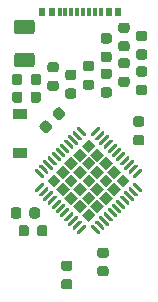
<source format=gtp>
G04 #@! TF.GenerationSoftware,KiCad,Pcbnew,(5.1.6)-1*
G04 #@! TF.CreationDate,2020-12-03T15:36:38+08:00*
G04 #@! TF.ProjectId,Alvaro,416c7661-726f-42e6-9b69-6361645f7063,rev?*
G04 #@! TF.SameCoordinates,Original*
G04 #@! TF.FileFunction,Paste,Top*
G04 #@! TF.FilePolarity,Positive*
%FSLAX46Y46*%
G04 Gerber Fmt 4.6, Leading zero omitted, Abs format (unit mm)*
G04 Created by KiCad (PCBNEW (5.1.6)-1) date 2020-12-03 15:36:38*
%MOMM*%
%LPD*%
G01*
G04 APERTURE LIST*
%ADD10R,0.300000X0.800000*%
%ADD11R,0.600000X0.800000*%
%ADD12C,0.100000*%
%ADD13R,1.200000X0.900000*%
G04 APERTURE END LIST*
D10*
X28250000Y-29500000D03*
X28750000Y-29500000D03*
X31750000Y-29500000D03*
X31250000Y-29500000D03*
X30250000Y-29500000D03*
X29750000Y-29500000D03*
X30750000Y-29500000D03*
X29250000Y-29500000D03*
D11*
X27600000Y-29500000D03*
X32400000Y-29500000D03*
X33200000Y-29500000D03*
X26800000Y-29500000D03*
D12*
G36*
X30113101Y-46713280D02*
G01*
X30700000Y-46126381D01*
X31286899Y-46713280D01*
X30700000Y-47300179D01*
X30113101Y-46713280D01*
G37*
G36*
X30841421Y-45984960D02*
G01*
X31428320Y-45398061D01*
X32015219Y-45984960D01*
X31428320Y-46571859D01*
X30841421Y-45984960D01*
G37*
G36*
X31569741Y-45256640D02*
G01*
X32156640Y-44669741D01*
X32743539Y-45256640D01*
X32156640Y-45843539D01*
X31569741Y-45256640D01*
G37*
G36*
X32298061Y-44528320D02*
G01*
X32884960Y-43941421D01*
X33471859Y-44528320D01*
X32884960Y-45115219D01*
X32298061Y-44528320D01*
G37*
G36*
X33026381Y-43800000D02*
G01*
X33613280Y-43213101D01*
X34200179Y-43800000D01*
X33613280Y-44386899D01*
X33026381Y-43800000D01*
G37*
G36*
X29384781Y-45984960D02*
G01*
X29971680Y-45398061D01*
X30558579Y-45984960D01*
X29971680Y-46571859D01*
X29384781Y-45984960D01*
G37*
G36*
X30113101Y-45256640D02*
G01*
X30700000Y-44669741D01*
X31286899Y-45256640D01*
X30700000Y-45843539D01*
X30113101Y-45256640D01*
G37*
G36*
X30841421Y-44528320D02*
G01*
X31428320Y-43941421D01*
X32015219Y-44528320D01*
X31428320Y-45115219D01*
X30841421Y-44528320D01*
G37*
G36*
X31569741Y-43800000D02*
G01*
X32156640Y-43213101D01*
X32743539Y-43800000D01*
X32156640Y-44386899D01*
X31569741Y-43800000D01*
G37*
G36*
X32298061Y-43071680D02*
G01*
X32884960Y-42484781D01*
X33471859Y-43071680D01*
X32884960Y-43658579D01*
X32298061Y-43071680D01*
G37*
G36*
X28656461Y-45256640D02*
G01*
X29243360Y-44669741D01*
X29830259Y-45256640D01*
X29243360Y-45843539D01*
X28656461Y-45256640D01*
G37*
G36*
X29384781Y-44528320D02*
G01*
X29971680Y-43941421D01*
X30558579Y-44528320D01*
X29971680Y-45115219D01*
X29384781Y-44528320D01*
G37*
G36*
X30113101Y-43800000D02*
G01*
X30700000Y-43213101D01*
X31286899Y-43800000D01*
X30700000Y-44386899D01*
X30113101Y-43800000D01*
G37*
G36*
X30841421Y-43071680D02*
G01*
X31428320Y-42484781D01*
X32015219Y-43071680D01*
X31428320Y-43658579D01*
X30841421Y-43071680D01*
G37*
G36*
X31569741Y-42343360D02*
G01*
X32156640Y-41756461D01*
X32743539Y-42343360D01*
X32156640Y-42930259D01*
X31569741Y-42343360D01*
G37*
G36*
X27928141Y-44528320D02*
G01*
X28515040Y-43941421D01*
X29101939Y-44528320D01*
X28515040Y-45115219D01*
X27928141Y-44528320D01*
G37*
G36*
X28656461Y-43800000D02*
G01*
X29243360Y-43213101D01*
X29830259Y-43800000D01*
X29243360Y-44386899D01*
X28656461Y-43800000D01*
G37*
G36*
X29384781Y-43071680D02*
G01*
X29971680Y-42484781D01*
X30558579Y-43071680D01*
X29971680Y-43658579D01*
X29384781Y-43071680D01*
G37*
G36*
X30113101Y-42343360D02*
G01*
X30700000Y-41756461D01*
X31286899Y-42343360D01*
X30700000Y-42930259D01*
X30113101Y-42343360D01*
G37*
G36*
X30841421Y-41615040D02*
G01*
X31428320Y-41028141D01*
X32015219Y-41615040D01*
X31428320Y-42201939D01*
X30841421Y-41615040D01*
G37*
G36*
X27199821Y-43800000D02*
G01*
X27786720Y-43213101D01*
X28373619Y-43800000D01*
X27786720Y-44386899D01*
X27199821Y-43800000D01*
G37*
G36*
X27928141Y-43071680D02*
G01*
X28515040Y-42484781D01*
X29101939Y-43071680D01*
X28515040Y-43658579D01*
X27928141Y-43071680D01*
G37*
G36*
X28656461Y-42343360D02*
G01*
X29243360Y-41756461D01*
X29830259Y-42343360D01*
X29243360Y-42930259D01*
X28656461Y-42343360D01*
G37*
G36*
X29384781Y-41615040D02*
G01*
X29971680Y-41028141D01*
X30558579Y-41615040D01*
X29971680Y-42201939D01*
X29384781Y-41615040D01*
G37*
G36*
X30113101Y-40886720D02*
G01*
X30700000Y-40299821D01*
X31286899Y-40886720D01*
X30700000Y-41473619D01*
X30113101Y-40886720D01*
G37*
G36*
G01*
X30912132Y-40052334D02*
X30912132Y-40052334D01*
G75*
G02*
X30912132Y-39840202I106066J106066D01*
G01*
X31477818Y-39274516D01*
G75*
G02*
X31689950Y-39274516I106066J-106066D01*
G01*
X31689950Y-39274516D01*
G75*
G02*
X31689950Y-39486648I-106066J-106066D01*
G01*
X31124264Y-40052334D01*
G75*
G02*
X30912132Y-40052334I-106066J106066D01*
G01*
G37*
G36*
G01*
X31265685Y-40405888D02*
X31265685Y-40405888D01*
G75*
G02*
X31265685Y-40193756I106066J106066D01*
G01*
X31831371Y-39628070D01*
G75*
G02*
X32043503Y-39628070I106066J-106066D01*
G01*
X32043503Y-39628070D01*
G75*
G02*
X32043503Y-39840202I-106066J-106066D01*
G01*
X31477817Y-40405888D01*
G75*
G02*
X31265685Y-40405888I-106066J106066D01*
G01*
G37*
G36*
G01*
X31619239Y-40759441D02*
X31619239Y-40759441D01*
G75*
G02*
X31619239Y-40547309I106066J106066D01*
G01*
X32184925Y-39981623D01*
G75*
G02*
X32397057Y-39981623I106066J-106066D01*
G01*
X32397057Y-39981623D01*
G75*
G02*
X32397057Y-40193755I-106066J-106066D01*
G01*
X31831371Y-40759441D01*
G75*
G02*
X31619239Y-40759441I-106066J106066D01*
G01*
G37*
G36*
G01*
X31972792Y-41112995D02*
X31972792Y-41112995D01*
G75*
G02*
X31972792Y-40900863I106066J106066D01*
G01*
X32538478Y-40335177D01*
G75*
G02*
X32750610Y-40335177I106066J-106066D01*
G01*
X32750610Y-40335177D01*
G75*
G02*
X32750610Y-40547309I-106066J-106066D01*
G01*
X32184924Y-41112995D01*
G75*
G02*
X31972792Y-41112995I-106066J106066D01*
G01*
G37*
G36*
G01*
X32326345Y-41466548D02*
X32326345Y-41466548D01*
G75*
G02*
X32326345Y-41254416I106066J106066D01*
G01*
X32892031Y-40688730D01*
G75*
G02*
X33104163Y-40688730I106066J-106066D01*
G01*
X33104163Y-40688730D01*
G75*
G02*
X33104163Y-40900862I-106066J-106066D01*
G01*
X32538477Y-41466548D01*
G75*
G02*
X32326345Y-41466548I-106066J106066D01*
G01*
G37*
G36*
G01*
X32679899Y-41820101D02*
X32679899Y-41820101D01*
G75*
G02*
X32679899Y-41607969I106066J106066D01*
G01*
X33245585Y-41042283D01*
G75*
G02*
X33457717Y-41042283I106066J-106066D01*
G01*
X33457717Y-41042283D01*
G75*
G02*
X33457717Y-41254415I-106066J-106066D01*
G01*
X32892031Y-41820101D01*
G75*
G02*
X32679899Y-41820101I-106066J106066D01*
G01*
G37*
G36*
G01*
X33033452Y-42173655D02*
X33033452Y-42173655D01*
G75*
G02*
X33033452Y-41961523I106066J106066D01*
G01*
X33599138Y-41395837D01*
G75*
G02*
X33811270Y-41395837I106066J-106066D01*
G01*
X33811270Y-41395837D01*
G75*
G02*
X33811270Y-41607969I-106066J-106066D01*
G01*
X33245584Y-42173655D01*
G75*
G02*
X33033452Y-42173655I-106066J106066D01*
G01*
G37*
G36*
G01*
X33387005Y-42527208D02*
X33387005Y-42527208D01*
G75*
G02*
X33387005Y-42315076I106066J106066D01*
G01*
X33952691Y-41749390D01*
G75*
G02*
X34164823Y-41749390I106066J-106066D01*
G01*
X34164823Y-41749390D01*
G75*
G02*
X34164823Y-41961522I-106066J-106066D01*
G01*
X33599137Y-42527208D01*
G75*
G02*
X33387005Y-42527208I-106066J106066D01*
G01*
G37*
G36*
G01*
X33740559Y-42880761D02*
X33740559Y-42880761D01*
G75*
G02*
X33740559Y-42668629I106066J106066D01*
G01*
X34306245Y-42102943D01*
G75*
G02*
X34518377Y-42102943I106066J-106066D01*
G01*
X34518377Y-42102943D01*
G75*
G02*
X34518377Y-42315075I-106066J-106066D01*
G01*
X33952691Y-42880761D01*
G75*
G02*
X33740559Y-42880761I-106066J106066D01*
G01*
G37*
G36*
G01*
X34094112Y-43234315D02*
X34094112Y-43234315D01*
G75*
G02*
X34094112Y-43022183I106066J106066D01*
G01*
X34659798Y-42456497D01*
G75*
G02*
X34871930Y-42456497I106066J-106066D01*
G01*
X34871930Y-42456497D01*
G75*
G02*
X34871930Y-42668629I-106066J-106066D01*
G01*
X34306244Y-43234315D01*
G75*
G02*
X34094112Y-43234315I-106066J106066D01*
G01*
G37*
G36*
G01*
X34447666Y-43587868D02*
X34447666Y-43587868D01*
G75*
G02*
X34447666Y-43375736I106066J106066D01*
G01*
X35013352Y-42810050D01*
G75*
G02*
X35225484Y-42810050I106066J-106066D01*
G01*
X35225484Y-42810050D01*
G75*
G02*
X35225484Y-43022182I-106066J-106066D01*
G01*
X34659798Y-43587868D01*
G75*
G02*
X34447666Y-43587868I-106066J106066D01*
G01*
G37*
G36*
G01*
X34447666Y-44012132D02*
X34447666Y-44012132D01*
G75*
G02*
X34659798Y-44012132I106066J-106066D01*
G01*
X35225484Y-44577818D01*
G75*
G02*
X35225484Y-44789950I-106066J-106066D01*
G01*
X35225484Y-44789950D01*
G75*
G02*
X35013352Y-44789950I-106066J106066D01*
G01*
X34447666Y-44224264D01*
G75*
G02*
X34447666Y-44012132I106066J106066D01*
G01*
G37*
G36*
G01*
X34094112Y-44365685D02*
X34094112Y-44365685D01*
G75*
G02*
X34306244Y-44365685I106066J-106066D01*
G01*
X34871930Y-44931371D01*
G75*
G02*
X34871930Y-45143503I-106066J-106066D01*
G01*
X34871930Y-45143503D01*
G75*
G02*
X34659798Y-45143503I-106066J106066D01*
G01*
X34094112Y-44577817D01*
G75*
G02*
X34094112Y-44365685I106066J106066D01*
G01*
G37*
G36*
G01*
X33740559Y-44719239D02*
X33740559Y-44719239D01*
G75*
G02*
X33952691Y-44719239I106066J-106066D01*
G01*
X34518377Y-45284925D01*
G75*
G02*
X34518377Y-45497057I-106066J-106066D01*
G01*
X34518377Y-45497057D01*
G75*
G02*
X34306245Y-45497057I-106066J106066D01*
G01*
X33740559Y-44931371D01*
G75*
G02*
X33740559Y-44719239I106066J106066D01*
G01*
G37*
G36*
G01*
X33387005Y-45072792D02*
X33387005Y-45072792D01*
G75*
G02*
X33599137Y-45072792I106066J-106066D01*
G01*
X34164823Y-45638478D01*
G75*
G02*
X34164823Y-45850610I-106066J-106066D01*
G01*
X34164823Y-45850610D01*
G75*
G02*
X33952691Y-45850610I-106066J106066D01*
G01*
X33387005Y-45284924D01*
G75*
G02*
X33387005Y-45072792I106066J106066D01*
G01*
G37*
G36*
G01*
X33033452Y-45426345D02*
X33033452Y-45426345D01*
G75*
G02*
X33245584Y-45426345I106066J-106066D01*
G01*
X33811270Y-45992031D01*
G75*
G02*
X33811270Y-46204163I-106066J-106066D01*
G01*
X33811270Y-46204163D01*
G75*
G02*
X33599138Y-46204163I-106066J106066D01*
G01*
X33033452Y-45638477D01*
G75*
G02*
X33033452Y-45426345I106066J106066D01*
G01*
G37*
G36*
G01*
X32679899Y-45779899D02*
X32679899Y-45779899D01*
G75*
G02*
X32892031Y-45779899I106066J-106066D01*
G01*
X33457717Y-46345585D01*
G75*
G02*
X33457717Y-46557717I-106066J-106066D01*
G01*
X33457717Y-46557717D01*
G75*
G02*
X33245585Y-46557717I-106066J106066D01*
G01*
X32679899Y-45992031D01*
G75*
G02*
X32679899Y-45779899I106066J106066D01*
G01*
G37*
G36*
G01*
X32326345Y-46133452D02*
X32326345Y-46133452D01*
G75*
G02*
X32538477Y-46133452I106066J-106066D01*
G01*
X33104163Y-46699138D01*
G75*
G02*
X33104163Y-46911270I-106066J-106066D01*
G01*
X33104163Y-46911270D01*
G75*
G02*
X32892031Y-46911270I-106066J106066D01*
G01*
X32326345Y-46345584D01*
G75*
G02*
X32326345Y-46133452I106066J106066D01*
G01*
G37*
G36*
G01*
X31972792Y-46487005D02*
X31972792Y-46487005D01*
G75*
G02*
X32184924Y-46487005I106066J-106066D01*
G01*
X32750610Y-47052691D01*
G75*
G02*
X32750610Y-47264823I-106066J-106066D01*
G01*
X32750610Y-47264823D01*
G75*
G02*
X32538478Y-47264823I-106066J106066D01*
G01*
X31972792Y-46699137D01*
G75*
G02*
X31972792Y-46487005I106066J106066D01*
G01*
G37*
G36*
G01*
X31619239Y-46840559D02*
X31619239Y-46840559D01*
G75*
G02*
X31831371Y-46840559I106066J-106066D01*
G01*
X32397057Y-47406245D01*
G75*
G02*
X32397057Y-47618377I-106066J-106066D01*
G01*
X32397057Y-47618377D01*
G75*
G02*
X32184925Y-47618377I-106066J106066D01*
G01*
X31619239Y-47052691D01*
G75*
G02*
X31619239Y-46840559I106066J106066D01*
G01*
G37*
G36*
G01*
X31265685Y-47194112D02*
X31265685Y-47194112D01*
G75*
G02*
X31477817Y-47194112I106066J-106066D01*
G01*
X32043503Y-47759798D01*
G75*
G02*
X32043503Y-47971930I-106066J-106066D01*
G01*
X32043503Y-47971930D01*
G75*
G02*
X31831371Y-47971930I-106066J106066D01*
G01*
X31265685Y-47406244D01*
G75*
G02*
X31265685Y-47194112I106066J106066D01*
G01*
G37*
G36*
G01*
X30912132Y-47547666D02*
X30912132Y-47547666D01*
G75*
G02*
X31124264Y-47547666I106066J-106066D01*
G01*
X31689950Y-48113352D01*
G75*
G02*
X31689950Y-48325484I-106066J-106066D01*
G01*
X31689950Y-48325484D01*
G75*
G02*
X31477818Y-48325484I-106066J106066D01*
G01*
X30912132Y-47759798D01*
G75*
G02*
X30912132Y-47547666I106066J106066D01*
G01*
G37*
G36*
G01*
X29710050Y-48325484D02*
X29710050Y-48325484D01*
G75*
G02*
X29710050Y-48113352I106066J106066D01*
G01*
X30275736Y-47547666D01*
G75*
G02*
X30487868Y-47547666I106066J-106066D01*
G01*
X30487868Y-47547666D01*
G75*
G02*
X30487868Y-47759798I-106066J-106066D01*
G01*
X29922182Y-48325484D01*
G75*
G02*
X29710050Y-48325484I-106066J106066D01*
G01*
G37*
G36*
G01*
X29356497Y-47971930D02*
X29356497Y-47971930D01*
G75*
G02*
X29356497Y-47759798I106066J106066D01*
G01*
X29922183Y-47194112D01*
G75*
G02*
X30134315Y-47194112I106066J-106066D01*
G01*
X30134315Y-47194112D01*
G75*
G02*
X30134315Y-47406244I-106066J-106066D01*
G01*
X29568629Y-47971930D01*
G75*
G02*
X29356497Y-47971930I-106066J106066D01*
G01*
G37*
G36*
G01*
X29002943Y-47618377D02*
X29002943Y-47618377D01*
G75*
G02*
X29002943Y-47406245I106066J106066D01*
G01*
X29568629Y-46840559D01*
G75*
G02*
X29780761Y-46840559I106066J-106066D01*
G01*
X29780761Y-46840559D01*
G75*
G02*
X29780761Y-47052691I-106066J-106066D01*
G01*
X29215075Y-47618377D01*
G75*
G02*
X29002943Y-47618377I-106066J106066D01*
G01*
G37*
G36*
G01*
X28649390Y-47264823D02*
X28649390Y-47264823D01*
G75*
G02*
X28649390Y-47052691I106066J106066D01*
G01*
X29215076Y-46487005D01*
G75*
G02*
X29427208Y-46487005I106066J-106066D01*
G01*
X29427208Y-46487005D01*
G75*
G02*
X29427208Y-46699137I-106066J-106066D01*
G01*
X28861522Y-47264823D01*
G75*
G02*
X28649390Y-47264823I-106066J106066D01*
G01*
G37*
G36*
G01*
X28295837Y-46911270D02*
X28295837Y-46911270D01*
G75*
G02*
X28295837Y-46699138I106066J106066D01*
G01*
X28861523Y-46133452D01*
G75*
G02*
X29073655Y-46133452I106066J-106066D01*
G01*
X29073655Y-46133452D01*
G75*
G02*
X29073655Y-46345584I-106066J-106066D01*
G01*
X28507969Y-46911270D01*
G75*
G02*
X28295837Y-46911270I-106066J106066D01*
G01*
G37*
G36*
G01*
X27942283Y-46557717D02*
X27942283Y-46557717D01*
G75*
G02*
X27942283Y-46345585I106066J106066D01*
G01*
X28507969Y-45779899D01*
G75*
G02*
X28720101Y-45779899I106066J-106066D01*
G01*
X28720101Y-45779899D01*
G75*
G02*
X28720101Y-45992031I-106066J-106066D01*
G01*
X28154415Y-46557717D01*
G75*
G02*
X27942283Y-46557717I-106066J106066D01*
G01*
G37*
G36*
G01*
X27588730Y-46204163D02*
X27588730Y-46204163D01*
G75*
G02*
X27588730Y-45992031I106066J106066D01*
G01*
X28154416Y-45426345D01*
G75*
G02*
X28366548Y-45426345I106066J-106066D01*
G01*
X28366548Y-45426345D01*
G75*
G02*
X28366548Y-45638477I-106066J-106066D01*
G01*
X27800862Y-46204163D01*
G75*
G02*
X27588730Y-46204163I-106066J106066D01*
G01*
G37*
G36*
G01*
X27235177Y-45850610D02*
X27235177Y-45850610D01*
G75*
G02*
X27235177Y-45638478I106066J106066D01*
G01*
X27800863Y-45072792D01*
G75*
G02*
X28012995Y-45072792I106066J-106066D01*
G01*
X28012995Y-45072792D01*
G75*
G02*
X28012995Y-45284924I-106066J-106066D01*
G01*
X27447309Y-45850610D01*
G75*
G02*
X27235177Y-45850610I-106066J106066D01*
G01*
G37*
G36*
G01*
X26881623Y-45497057D02*
X26881623Y-45497057D01*
G75*
G02*
X26881623Y-45284925I106066J106066D01*
G01*
X27447309Y-44719239D01*
G75*
G02*
X27659441Y-44719239I106066J-106066D01*
G01*
X27659441Y-44719239D01*
G75*
G02*
X27659441Y-44931371I-106066J-106066D01*
G01*
X27093755Y-45497057D01*
G75*
G02*
X26881623Y-45497057I-106066J106066D01*
G01*
G37*
G36*
G01*
X26528070Y-45143503D02*
X26528070Y-45143503D01*
G75*
G02*
X26528070Y-44931371I106066J106066D01*
G01*
X27093756Y-44365685D01*
G75*
G02*
X27305888Y-44365685I106066J-106066D01*
G01*
X27305888Y-44365685D01*
G75*
G02*
X27305888Y-44577817I-106066J-106066D01*
G01*
X26740202Y-45143503D01*
G75*
G02*
X26528070Y-45143503I-106066J106066D01*
G01*
G37*
G36*
G01*
X26174516Y-44789950D02*
X26174516Y-44789950D01*
G75*
G02*
X26174516Y-44577818I106066J106066D01*
G01*
X26740202Y-44012132D01*
G75*
G02*
X26952334Y-44012132I106066J-106066D01*
G01*
X26952334Y-44012132D01*
G75*
G02*
X26952334Y-44224264I-106066J-106066D01*
G01*
X26386648Y-44789950D01*
G75*
G02*
X26174516Y-44789950I-106066J106066D01*
G01*
G37*
G36*
G01*
X26174516Y-42810050D02*
X26174516Y-42810050D01*
G75*
G02*
X26386648Y-42810050I106066J-106066D01*
G01*
X26952334Y-43375736D01*
G75*
G02*
X26952334Y-43587868I-106066J-106066D01*
G01*
X26952334Y-43587868D01*
G75*
G02*
X26740202Y-43587868I-106066J106066D01*
G01*
X26174516Y-43022182D01*
G75*
G02*
X26174516Y-42810050I106066J106066D01*
G01*
G37*
G36*
G01*
X26528070Y-42456497D02*
X26528070Y-42456497D01*
G75*
G02*
X26740202Y-42456497I106066J-106066D01*
G01*
X27305888Y-43022183D01*
G75*
G02*
X27305888Y-43234315I-106066J-106066D01*
G01*
X27305888Y-43234315D01*
G75*
G02*
X27093756Y-43234315I-106066J106066D01*
G01*
X26528070Y-42668629D01*
G75*
G02*
X26528070Y-42456497I106066J106066D01*
G01*
G37*
G36*
G01*
X26881623Y-42102943D02*
X26881623Y-42102943D01*
G75*
G02*
X27093755Y-42102943I106066J-106066D01*
G01*
X27659441Y-42668629D01*
G75*
G02*
X27659441Y-42880761I-106066J-106066D01*
G01*
X27659441Y-42880761D01*
G75*
G02*
X27447309Y-42880761I-106066J106066D01*
G01*
X26881623Y-42315075D01*
G75*
G02*
X26881623Y-42102943I106066J106066D01*
G01*
G37*
G36*
G01*
X27235177Y-41749390D02*
X27235177Y-41749390D01*
G75*
G02*
X27447309Y-41749390I106066J-106066D01*
G01*
X28012995Y-42315076D01*
G75*
G02*
X28012995Y-42527208I-106066J-106066D01*
G01*
X28012995Y-42527208D01*
G75*
G02*
X27800863Y-42527208I-106066J106066D01*
G01*
X27235177Y-41961522D01*
G75*
G02*
X27235177Y-41749390I106066J106066D01*
G01*
G37*
G36*
G01*
X27588730Y-41395837D02*
X27588730Y-41395837D01*
G75*
G02*
X27800862Y-41395837I106066J-106066D01*
G01*
X28366548Y-41961523D01*
G75*
G02*
X28366548Y-42173655I-106066J-106066D01*
G01*
X28366548Y-42173655D01*
G75*
G02*
X28154416Y-42173655I-106066J106066D01*
G01*
X27588730Y-41607969D01*
G75*
G02*
X27588730Y-41395837I106066J106066D01*
G01*
G37*
G36*
G01*
X27942283Y-41042283D02*
X27942283Y-41042283D01*
G75*
G02*
X28154415Y-41042283I106066J-106066D01*
G01*
X28720101Y-41607969D01*
G75*
G02*
X28720101Y-41820101I-106066J-106066D01*
G01*
X28720101Y-41820101D01*
G75*
G02*
X28507969Y-41820101I-106066J106066D01*
G01*
X27942283Y-41254415D01*
G75*
G02*
X27942283Y-41042283I106066J106066D01*
G01*
G37*
G36*
G01*
X28295837Y-40688730D02*
X28295837Y-40688730D01*
G75*
G02*
X28507969Y-40688730I106066J-106066D01*
G01*
X29073655Y-41254416D01*
G75*
G02*
X29073655Y-41466548I-106066J-106066D01*
G01*
X29073655Y-41466548D01*
G75*
G02*
X28861523Y-41466548I-106066J106066D01*
G01*
X28295837Y-40900862D01*
G75*
G02*
X28295837Y-40688730I106066J106066D01*
G01*
G37*
G36*
G01*
X28649390Y-40335177D02*
X28649390Y-40335177D01*
G75*
G02*
X28861522Y-40335177I106066J-106066D01*
G01*
X29427208Y-40900863D01*
G75*
G02*
X29427208Y-41112995I-106066J-106066D01*
G01*
X29427208Y-41112995D01*
G75*
G02*
X29215076Y-41112995I-106066J106066D01*
G01*
X28649390Y-40547309D01*
G75*
G02*
X28649390Y-40335177I106066J106066D01*
G01*
G37*
G36*
G01*
X29002943Y-39981623D02*
X29002943Y-39981623D01*
G75*
G02*
X29215075Y-39981623I106066J-106066D01*
G01*
X29780761Y-40547309D01*
G75*
G02*
X29780761Y-40759441I-106066J-106066D01*
G01*
X29780761Y-40759441D01*
G75*
G02*
X29568629Y-40759441I-106066J106066D01*
G01*
X29002943Y-40193755D01*
G75*
G02*
X29002943Y-39981623I106066J106066D01*
G01*
G37*
G36*
G01*
X29356497Y-39628070D02*
X29356497Y-39628070D01*
G75*
G02*
X29568629Y-39628070I106066J-106066D01*
G01*
X30134315Y-40193756D01*
G75*
G02*
X30134315Y-40405888I-106066J-106066D01*
G01*
X30134315Y-40405888D01*
G75*
G02*
X29922183Y-40405888I-106066J106066D01*
G01*
X29356497Y-39840202D01*
G75*
G02*
X29356497Y-39628070I106066J106066D01*
G01*
G37*
G36*
G01*
X29710050Y-39274516D02*
X29710050Y-39274516D01*
G75*
G02*
X29922182Y-39274516I106066J-106066D01*
G01*
X30487868Y-39840202D01*
G75*
G02*
X30487868Y-40052334I-106066J-106066D01*
G01*
X30487868Y-40052334D01*
G75*
G02*
X30275736Y-40052334I-106066J106066D01*
G01*
X29710050Y-39486648D01*
G75*
G02*
X29710050Y-39274516I106066J106066D01*
G01*
G37*
G36*
G01*
X28943750Y-36000000D02*
X29456250Y-36000000D01*
G75*
G02*
X29675000Y-36218750I0J-218750D01*
G01*
X29675000Y-36656250D01*
G75*
G02*
X29456250Y-36875000I-218750J0D01*
G01*
X28943750Y-36875000D01*
G75*
G02*
X28725000Y-36656250I0J218750D01*
G01*
X28725000Y-36218750D01*
G75*
G02*
X28943750Y-36000000I218750J0D01*
G01*
G37*
G36*
G01*
X28943750Y-34425000D02*
X29456250Y-34425000D01*
G75*
G02*
X29675000Y-34643750I0J-218750D01*
G01*
X29675000Y-35081250D01*
G75*
G02*
X29456250Y-35300000I-218750J0D01*
G01*
X28943750Y-35300000D01*
G75*
G02*
X28725000Y-35081250I0J218750D01*
G01*
X28725000Y-34643750D01*
G75*
G02*
X28943750Y-34425000I218750J0D01*
G01*
G37*
G36*
G01*
X26675000Y-36493750D02*
X26675000Y-37006250D01*
G75*
G02*
X26456250Y-37225000I-218750J0D01*
G01*
X26018750Y-37225000D01*
G75*
G02*
X25800000Y-37006250I0J218750D01*
G01*
X25800000Y-36493750D01*
G75*
G02*
X26018750Y-36275000I218750J0D01*
G01*
X26456250Y-36275000D01*
G75*
G02*
X26675000Y-36493750I0J-218750D01*
G01*
G37*
G36*
G01*
X25100000Y-36493750D02*
X25100000Y-37006250D01*
G75*
G02*
X24881250Y-37225000I-218750J0D01*
G01*
X24443750Y-37225000D01*
G75*
G02*
X24225000Y-37006250I0J218750D01*
G01*
X24225000Y-36493750D01*
G75*
G02*
X24443750Y-36275000I218750J0D01*
G01*
X24881250Y-36275000D01*
G75*
G02*
X25100000Y-36493750I0J-218750D01*
G01*
G37*
G36*
G01*
X35456250Y-35000000D02*
X34943750Y-35000000D01*
G75*
G02*
X34725000Y-34781250I0J218750D01*
G01*
X34725000Y-34343750D01*
G75*
G02*
X34943750Y-34125000I218750J0D01*
G01*
X35456250Y-34125000D01*
G75*
G02*
X35675000Y-34343750I0J-218750D01*
G01*
X35675000Y-34781250D01*
G75*
G02*
X35456250Y-35000000I-218750J0D01*
G01*
G37*
G36*
G01*
X35456250Y-36575000D02*
X34943750Y-36575000D01*
G75*
G02*
X34725000Y-36356250I0J218750D01*
G01*
X34725000Y-35918750D01*
G75*
G02*
X34943750Y-35700000I218750J0D01*
G01*
X35456250Y-35700000D01*
G75*
G02*
X35675000Y-35918750I0J-218750D01*
G01*
X35675000Y-36356250D01*
G75*
G02*
X35456250Y-36575000I-218750J0D01*
G01*
G37*
G36*
G01*
X25895000Y-31425000D02*
X24645000Y-31425000D01*
G75*
G02*
X24395000Y-31175000I0J250000D01*
G01*
X24395000Y-30425000D01*
G75*
G02*
X24645000Y-30175000I250000J0D01*
G01*
X25895000Y-30175000D01*
G75*
G02*
X26145000Y-30425000I0J-250000D01*
G01*
X26145000Y-31175000D01*
G75*
G02*
X25895000Y-31425000I-250000J0D01*
G01*
G37*
G36*
G01*
X25895000Y-34225000D02*
X24645000Y-34225000D01*
G75*
G02*
X24395000Y-33975000I0J250000D01*
G01*
X24395000Y-33225000D01*
G75*
G02*
X24645000Y-32975000I250000J0D01*
G01*
X25895000Y-32975000D01*
G75*
G02*
X26145000Y-33225000I0J-250000D01*
G01*
X26145000Y-33975000D01*
G75*
G02*
X25895000Y-34225000I-250000J0D01*
G01*
G37*
D13*
X24900000Y-38200000D03*
X24900000Y-41500000D03*
G36*
G01*
X27956250Y-36225000D02*
X27443750Y-36225000D01*
G75*
G02*
X27225000Y-36006250I0J218750D01*
G01*
X27225000Y-35568750D01*
G75*
G02*
X27443750Y-35350000I218750J0D01*
G01*
X27956250Y-35350000D01*
G75*
G02*
X28175000Y-35568750I0J-218750D01*
G01*
X28175000Y-36006250D01*
G75*
G02*
X27956250Y-36225000I-218750J0D01*
G01*
G37*
G36*
G01*
X27956250Y-34650000D02*
X27443750Y-34650000D01*
G75*
G02*
X27225000Y-34431250I0J218750D01*
G01*
X27225000Y-33993750D01*
G75*
G02*
X27443750Y-33775000I218750J0D01*
G01*
X27956250Y-33775000D01*
G75*
G02*
X28175000Y-33993750I0J-218750D01*
G01*
X28175000Y-34431250D01*
G75*
G02*
X27956250Y-34650000I-218750J0D01*
G01*
G37*
G36*
G01*
X32456250Y-35200000D02*
X31943750Y-35200000D01*
G75*
G02*
X31725000Y-34981250I0J218750D01*
G01*
X31725000Y-34543750D01*
G75*
G02*
X31943750Y-34325000I218750J0D01*
G01*
X32456250Y-34325000D01*
G75*
G02*
X32675000Y-34543750I0J-218750D01*
G01*
X32675000Y-34981250D01*
G75*
G02*
X32456250Y-35200000I-218750J0D01*
G01*
G37*
G36*
G01*
X32456250Y-36775000D02*
X31943750Y-36775000D01*
G75*
G02*
X31725000Y-36556250I0J218750D01*
G01*
X31725000Y-36118750D01*
G75*
G02*
X31943750Y-35900000I218750J0D01*
G01*
X32456250Y-35900000D01*
G75*
G02*
X32675000Y-36118750I0J-218750D01*
G01*
X32675000Y-36556250D01*
G75*
G02*
X32456250Y-36775000I-218750J0D01*
G01*
G37*
G36*
G01*
X30956250Y-34550000D02*
X30443750Y-34550000D01*
G75*
G02*
X30225000Y-34331250I0J218750D01*
G01*
X30225000Y-33893750D01*
G75*
G02*
X30443750Y-33675000I218750J0D01*
G01*
X30956250Y-33675000D01*
G75*
G02*
X31175000Y-33893750I0J-218750D01*
G01*
X31175000Y-34331250D01*
G75*
G02*
X30956250Y-34550000I-218750J0D01*
G01*
G37*
G36*
G01*
X30956250Y-36125000D02*
X30443750Y-36125000D01*
G75*
G02*
X30225000Y-35906250I0J218750D01*
G01*
X30225000Y-35468750D01*
G75*
G02*
X30443750Y-35250000I218750J0D01*
G01*
X30956250Y-35250000D01*
G75*
G02*
X31175000Y-35468750I0J-218750D01*
G01*
X31175000Y-35906250D01*
G75*
G02*
X30956250Y-36125000I-218750J0D01*
G01*
G37*
G36*
G01*
X34943750Y-31125000D02*
X35456250Y-31125000D01*
G75*
G02*
X35675000Y-31343750I0J-218750D01*
G01*
X35675000Y-31781250D01*
G75*
G02*
X35456250Y-32000000I-218750J0D01*
G01*
X34943750Y-32000000D01*
G75*
G02*
X34725000Y-31781250I0J218750D01*
G01*
X34725000Y-31343750D01*
G75*
G02*
X34943750Y-31125000I218750J0D01*
G01*
G37*
G36*
G01*
X34943750Y-32700000D02*
X35456250Y-32700000D01*
G75*
G02*
X35675000Y-32918750I0J-218750D01*
G01*
X35675000Y-33356250D01*
G75*
G02*
X35456250Y-33575000I-218750J0D01*
G01*
X34943750Y-33575000D01*
G75*
G02*
X34725000Y-33356250I0J218750D01*
G01*
X34725000Y-32918750D01*
G75*
G02*
X34943750Y-32700000I218750J0D01*
G01*
G37*
G36*
G01*
X33956250Y-31300000D02*
X33443750Y-31300000D01*
G75*
G02*
X33225000Y-31081250I0J218750D01*
G01*
X33225000Y-30643750D01*
G75*
G02*
X33443750Y-30425000I218750J0D01*
G01*
X33956250Y-30425000D01*
G75*
G02*
X34175000Y-30643750I0J-218750D01*
G01*
X34175000Y-31081250D01*
G75*
G02*
X33956250Y-31300000I-218750J0D01*
G01*
G37*
G36*
G01*
X33956250Y-32875000D02*
X33443750Y-32875000D01*
G75*
G02*
X33225000Y-32656250I0J218750D01*
G01*
X33225000Y-32218750D01*
G75*
G02*
X33443750Y-32000000I218750J0D01*
G01*
X33956250Y-32000000D01*
G75*
G02*
X34175000Y-32218750I0J-218750D01*
G01*
X34175000Y-32656250D01*
G75*
G02*
X33956250Y-32875000I-218750J0D01*
G01*
G37*
G36*
G01*
X32456250Y-32200000D02*
X31943750Y-32200000D01*
G75*
G02*
X31725000Y-31981250I0J218750D01*
G01*
X31725000Y-31543750D01*
G75*
G02*
X31943750Y-31325000I218750J0D01*
G01*
X32456250Y-31325000D01*
G75*
G02*
X32675000Y-31543750I0J-218750D01*
G01*
X32675000Y-31981250D01*
G75*
G02*
X32456250Y-32200000I-218750J0D01*
G01*
G37*
G36*
G01*
X32456250Y-33775000D02*
X31943750Y-33775000D01*
G75*
G02*
X31725000Y-33556250I0J218750D01*
G01*
X31725000Y-33118750D01*
G75*
G02*
X31943750Y-32900000I218750J0D01*
G01*
X32456250Y-32900000D01*
G75*
G02*
X32675000Y-33118750I0J-218750D01*
G01*
X32675000Y-33556250D01*
G75*
G02*
X32456250Y-33775000I-218750J0D01*
G01*
G37*
G36*
G01*
X28078684Y-38633708D02*
X27716291Y-38271316D01*
G75*
G02*
X27716291Y-37961956I154680J154680D01*
G01*
X28025650Y-37652597D01*
G75*
G02*
X28335010Y-37652597I154680J-154680D01*
G01*
X28697403Y-38014990D01*
G75*
G02*
X28697403Y-38324350I-154680J-154680D01*
G01*
X28388044Y-38633709D01*
G75*
G02*
X28078684Y-38633709I-154680J154680D01*
G01*
G37*
G36*
G01*
X26964990Y-39747402D02*
X26602597Y-39385010D01*
G75*
G02*
X26602597Y-39075650I154680J154680D01*
G01*
X26911956Y-38766291D01*
G75*
G02*
X27221316Y-38766291I154680J-154680D01*
G01*
X27583709Y-39128684D01*
G75*
G02*
X27583709Y-39438044I-154680J-154680D01*
G01*
X27274350Y-39747403D01*
G75*
G02*
X26964990Y-39747403I-154680J154680D01*
G01*
G37*
G36*
G01*
X26350000Y-48306250D02*
X26350000Y-47793750D01*
G75*
G02*
X26568750Y-47575000I218750J0D01*
G01*
X27006250Y-47575000D01*
G75*
G02*
X27225000Y-47793750I0J-218750D01*
G01*
X27225000Y-48306250D01*
G75*
G02*
X27006250Y-48525000I-218750J0D01*
G01*
X26568750Y-48525000D01*
G75*
G02*
X26350000Y-48306250I0J218750D01*
G01*
G37*
G36*
G01*
X24775000Y-48306250D02*
X24775000Y-47793750D01*
G75*
G02*
X24993750Y-47575000I218750J0D01*
G01*
X25431250Y-47575000D01*
G75*
G02*
X25650000Y-47793750I0J-218750D01*
G01*
X25650000Y-48306250D01*
G75*
G02*
X25431250Y-48525000I-218750J0D01*
G01*
X24993750Y-48525000D01*
G75*
G02*
X24775000Y-48306250I0J218750D01*
G01*
G37*
G36*
G01*
X29106250Y-53025000D02*
X28593750Y-53025000D01*
G75*
G02*
X28375000Y-52806250I0J218750D01*
G01*
X28375000Y-52368750D01*
G75*
G02*
X28593750Y-52150000I218750J0D01*
G01*
X29106250Y-52150000D01*
G75*
G02*
X29325000Y-52368750I0J-218750D01*
G01*
X29325000Y-52806250D01*
G75*
G02*
X29106250Y-53025000I-218750J0D01*
G01*
G37*
G36*
G01*
X29106250Y-51450000D02*
X28593750Y-51450000D01*
G75*
G02*
X28375000Y-51231250I0J218750D01*
G01*
X28375000Y-50793750D01*
G75*
G02*
X28593750Y-50575000I218750J0D01*
G01*
X29106250Y-50575000D01*
G75*
G02*
X29325000Y-50793750I0J-218750D01*
G01*
X29325000Y-51231250D01*
G75*
G02*
X29106250Y-51450000I-218750J0D01*
G01*
G37*
G36*
G01*
X25100000Y-34993750D02*
X25100000Y-35506250D01*
G75*
G02*
X24881250Y-35725000I-218750J0D01*
G01*
X24443750Y-35725000D01*
G75*
G02*
X24225000Y-35506250I0J218750D01*
G01*
X24225000Y-34993750D01*
G75*
G02*
X24443750Y-34775000I218750J0D01*
G01*
X24881250Y-34775000D01*
G75*
G02*
X25100000Y-34993750I0J-218750D01*
G01*
G37*
G36*
G01*
X26675000Y-34993750D02*
X26675000Y-35506250D01*
G75*
G02*
X26456250Y-35725000I-218750J0D01*
G01*
X26018750Y-35725000D01*
G75*
G02*
X25800000Y-35506250I0J218750D01*
G01*
X25800000Y-34993750D01*
G75*
G02*
X26018750Y-34775000I218750J0D01*
G01*
X26456250Y-34775000D01*
G75*
G02*
X26675000Y-34993750I0J-218750D01*
G01*
G37*
G36*
G01*
X33956250Y-34300000D02*
X33443750Y-34300000D01*
G75*
G02*
X33225000Y-34081250I0J218750D01*
G01*
X33225000Y-33643750D01*
G75*
G02*
X33443750Y-33425000I218750J0D01*
G01*
X33956250Y-33425000D01*
G75*
G02*
X34175000Y-33643750I0J-218750D01*
G01*
X34175000Y-34081250D01*
G75*
G02*
X33956250Y-34300000I-218750J0D01*
G01*
G37*
G36*
G01*
X33956250Y-35875000D02*
X33443750Y-35875000D01*
G75*
G02*
X33225000Y-35656250I0J218750D01*
G01*
X33225000Y-35218750D01*
G75*
G02*
X33443750Y-35000000I218750J0D01*
G01*
X33956250Y-35000000D01*
G75*
G02*
X34175000Y-35218750I0J-218750D01*
G01*
X34175000Y-35656250D01*
G75*
G02*
X33956250Y-35875000I-218750J0D01*
G01*
G37*
G36*
G01*
X34693750Y-38362500D02*
X35206250Y-38362500D01*
G75*
G02*
X35425000Y-38581250I0J-218750D01*
G01*
X35425000Y-39018750D01*
G75*
G02*
X35206250Y-39237500I-218750J0D01*
G01*
X34693750Y-39237500D01*
G75*
G02*
X34475000Y-39018750I0J218750D01*
G01*
X34475000Y-38581250D01*
G75*
G02*
X34693750Y-38362500I218750J0D01*
G01*
G37*
G36*
G01*
X34693750Y-39937500D02*
X35206250Y-39937500D01*
G75*
G02*
X35425000Y-40156250I0J-218750D01*
G01*
X35425000Y-40593750D01*
G75*
G02*
X35206250Y-40812500I-218750J0D01*
G01*
X34693750Y-40812500D01*
G75*
G02*
X34475000Y-40593750I0J218750D01*
G01*
X34475000Y-40156250D01*
G75*
G02*
X34693750Y-39937500I218750J0D01*
G01*
G37*
G36*
G01*
X31668750Y-49475000D02*
X32181250Y-49475000D01*
G75*
G02*
X32400000Y-49693750I0J-218750D01*
G01*
X32400000Y-50131250D01*
G75*
G02*
X32181250Y-50350000I-218750J0D01*
G01*
X31668750Y-50350000D01*
G75*
G02*
X31450000Y-50131250I0J218750D01*
G01*
X31450000Y-49693750D01*
G75*
G02*
X31668750Y-49475000I218750J0D01*
G01*
G37*
G36*
G01*
X31668750Y-51050000D02*
X32181250Y-51050000D01*
G75*
G02*
X32400000Y-51268750I0J-218750D01*
G01*
X32400000Y-51706250D01*
G75*
G02*
X32181250Y-51925000I-218750J0D01*
G01*
X31668750Y-51925000D01*
G75*
G02*
X31450000Y-51706250I0J218750D01*
G01*
X31450000Y-51268750D01*
G75*
G02*
X31668750Y-51050000I218750J0D01*
G01*
G37*
G36*
G01*
X26575000Y-46293750D02*
X26575000Y-46806250D01*
G75*
G02*
X26356250Y-47025000I-218750J0D01*
G01*
X25918750Y-47025000D01*
G75*
G02*
X25700000Y-46806250I0J218750D01*
G01*
X25700000Y-46293750D01*
G75*
G02*
X25918750Y-46075000I218750J0D01*
G01*
X26356250Y-46075000D01*
G75*
G02*
X26575000Y-46293750I0J-218750D01*
G01*
G37*
G36*
G01*
X25000000Y-46293750D02*
X25000000Y-46806250D01*
G75*
G02*
X24781250Y-47025000I-218750J0D01*
G01*
X24343750Y-47025000D01*
G75*
G02*
X24125000Y-46806250I0J218750D01*
G01*
X24125000Y-46293750D01*
G75*
G02*
X24343750Y-46075000I218750J0D01*
G01*
X24781250Y-46075000D01*
G75*
G02*
X25000000Y-46293750I0J-218750D01*
G01*
G37*
M02*

</source>
